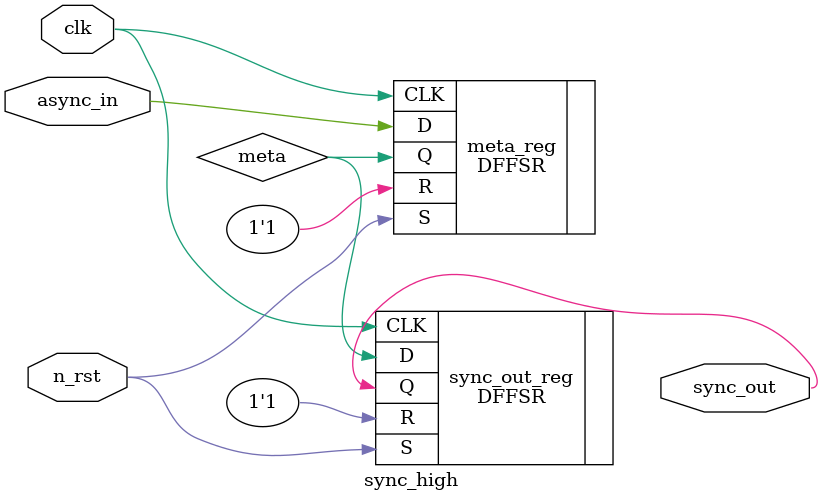
<source format=v>


module sync_high ( clk, n_rst, async_in, sync_out );
  input clk, n_rst, async_in;
  output sync_out;
  wire   meta;

  DFFSR meta_reg ( .D(async_in), .CLK(clk), .R(1'b1), .S(n_rst), .Q(meta) );
  DFFSR sync_out_reg ( .D(meta), .CLK(clk), .R(1'b1), .S(n_rst), .Q(sync_out)
         );
endmodule


</source>
